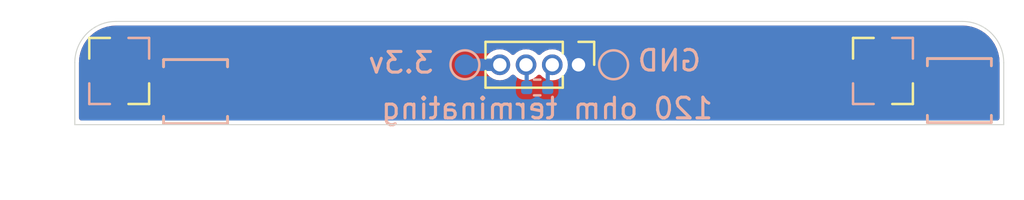
<source format=kicad_pcb>
(kicad_pcb (version 20240108) (generator "pcbnew") (generator_version "8.0")
  (layers (0 "F.Cu" signal) (31 "B.Cu" signal) (34 "B.Paste" user) (35 "F.Paste" user) (36 "B.SilkS" user "B.Silkscreen") (37 "F.SilkS" user "F.Silkscreen") (38 "B.Mask" user) (39 "F.Mask" user) (44 "Edge.Cuts" user))
  (net 0 "")
  (net 1 "Net-(J1-Pin_4)")
  (net 2 "GND")
  (net 3 "Net-(J1-Pin_2)")
  (net 4 "Net-(J1-Pin_3)")
  (net 5 "/MOTORPWR")
  (footprint "Connector_PinHeader_1.27mm:PinHeader_1x04_P1.27mm_Vertical" (layer "F.Cu") (at 144.7 90.8 -90)
    (property "Reference" "J1" (hide yes))
    (property "Value" "1.27mm 4 pin header")
    (fp_line (start -1.11 4.505) (end -0.30753 4.505) (stroke (width 0.12)) (layer "F.SilkS"))
    (fp_line (start 0.30753 4.505) (end 1.11 4.505) (stroke (width 0.12)) (layer "F.SilkS"))
    (fp_line (start -1.11 0.76) (end -1.11 4.505) (stroke (width 0.12)) (layer "F.SilkS"))
    (fp_line (start -1.11 0.76) (end -0.563471 0.76) (stroke (width 0.12)) (layer "F.SilkS"))
    (fp_line (start 0.563471 0.76) (end 1.11 0.76) (stroke (width 0.12)) (layer "F.SilkS"))
    (fp_line (start 1.11 0.76) (end 1.11 4.505) (stroke (width 0.12)) (layer "F.SilkS"))
    (fp_line (start -1.11 0) (end -1.11 -0.76) (stroke (width 0.12)) (layer "F.SilkS"))
    (fp_line (start -1.11 -0.76) (end 0 -0.76) (stroke (width 0.12)) (layer "F.SilkS"))
    (pad "1" thru_hole rect (at 0 0 270) (size 1 1) (drill 0.65) (layers "*.Cu" "*.Mask") (net 2 "GND"))
    (pad "2" thru_hole oval (at 0 1.27 270) (size 1 1) (drill 0.65) (layers "*.Cu" "*.Mask") (net 3 "Net-(J1-Pin_2)"))
    (pad "3" thru_hole oval (at 0 2.54 270) (size 1 1) (drill 0.65) (layers "*.Cu" "*.Mask") (net 4 "Net-(J1-Pin_3)"))
    (pad "4" thru_hole oval (at 0 3.81 270) (size 1 1) (drill 0.65) (layers "*.Cu" "*.Mask") (net 1 "Net-(J1-Pin_4)"))
  )
  (footprint "custom_Connector:Keystone_3569_half" (layer "F.Cu") (at 159.45 93.65 180)
    (property "Reference" "J3" (hide yes))
    (property "Value" "Keystone 3569")
    (fp_line (start 1.45 4.15) (end 1.45 3.15) (stroke (width 0.12)) (layer "F.SilkS"))
    (fp_line (start 0.45 4.15) (end 1.45 4.15) (stroke (width 0.12)) (layer "F.SilkS"))
    (fp_line (start -0.45 0.95) (end -1.45 0.95) (stroke (width 0.12)) (layer "F.SilkS"))
    (fp_line (start -1.45 0.95) (end -1.45 1.95) (stroke (width 0.12)) (layer "F.SilkS"))
    (pad "1" smd rect (at 0 2.55 180) (size 2.5 2.8) (layers "F.Cu" "F.Paste" "F.Mask") (net 5 "/MOTORPWR"))
  )
  (footprint "custom_Connector:Keystone_3579" (layer "F.Cu") (at 163.15 92.05)
    (property "Reference" "J2" (hide yes))
    (property "Value" "Keystone 3579")
    (fp_line (start -1.55 -1.55) (end 1.55 -1.55) (stroke (width 0.127)) (layer "F.SilkS"))
    (fp_line (start -1.55 -1.2) (end -1.55 -1.55) (stroke (width 0.127)) (layer "F.SilkS"))
    (fp_line (start -1.55 1.55) (end -1.55 1.2) (stroke (width 0.127)) (layer "F.SilkS"))
    (fp_line (start 1.55 -1.55) (end 1.55 -1.2) (stroke (width 0.127)) (layer "F.SilkS"))
    (fp_line (start 1.55 1.2) (end 1.55 1.55) (stroke (width 0.127)) (layer "F.SilkS"))
    (fp_line (start 1.55 1.55) (end -1.55 1.55) (stroke (width 0.127)) (layer "F.SilkS"))
    (pad "1" smd rect (at 0 0) (size 2.8 2.8) (layers "F.Cu" "F.Paste" "F.Mask") (net 5 "/MOTORPWR"))
  )
  (footprint "custom_Connector:Keystone_3569_half" (layer "F.Cu") (at 122.45 93.65 180)
    (property "Reference" "J7" (hide yes))
    (property "Value" "Keystone 3569")
    (fp_line (start 1.45 4.15) (end 1.45 3.15) (stroke (width 0.12)) (layer "F.SilkS"))
    (fp_line (start 0.45 4.15) (end 1.45 4.15) (stroke (width 0.12)) (layer "F.SilkS"))
    (fp_line (start -0.45 0.95) (end -1.45 0.95) (stroke (width 0.12)) (layer "F.SilkS"))
    (fp_line (start -1.45 0.95) (end -1.45 1.95) (stroke (width 0.12)) (layer "F.SilkS"))
    (pad "1" smd rect (at 0 2.55 180) (size 2.5 2.8) (layers "F.Cu" "F.Paste" "F.Mask") (net 5 "/MOTORPWR"))
  )
  (footprint "custom_Connector:Keystone_3579" (layer "F.Cu") (at 126.150001 92.1)
    (property "Reference" "J6" (hide yes))
    (property "Value" "Keystone 3579")
    (fp_line (start -1.55 -1.55) (end 1.55 -1.55) (stroke (width 0.127)) (layer "F.SilkS"))
    (fp_line (start -1.55 -1.2) (end -1.55 -1.55) (stroke (width 0.127)) (layer "F.SilkS"))
    (fp_line (start -1.55 1.55) (end -1.55 1.2) (stroke (width 0.127)) (layer "F.SilkS"))
    (fp_line (start 1.55 -1.55) (end 1.55 -1.2) (stroke (width 0.127)) (layer "F.SilkS"))
    (fp_line (start 1.55 1.2) (end 1.55 1.55) (stroke (width 0.127)) (layer "F.SilkS"))
    (fp_line (start 1.55 1.55) (end -1.55 1.55) (stroke (width 0.127)) (layer "F.SilkS"))
    (pad "1" smd rect (at 0 0) (size 2.8 2.8) (layers "F.Cu" "F.Paste" "F.Mask") (net 5 "/MOTORPWR"))
  )
  (footprint "TestPoint:TestPoint_Pad_D1.0mm" (layer "B.Cu") (at 139.2 90.8 180)
    (property "Reference" "TP3" (hide yes))
    (property "Value" "3.3v" (at 3.1 0.1 0) (layer "B.SilkS") (effects (justify mirror)))
    (fp_circle (center 0 0) (end 0 -0.7) (stroke (width 0.12)) (fill none) (layer "B.SilkS"))
    (pad "1" smd circle (at 0 0 180) (size 1 1) (layers "B.Cu" "B.Mask") (net 1 "Net-(J1-Pin_4)"))
  )
  (footprint "custom_Connector:Keystone_3569_half" (layer "B.Cu") (at 159.45 93.65)
    (property "Reference" "J5" (hide yes))
    (property "Value" "Keystone 3569")
    (fp_line (start -1.45 -1.95) (end -1.45 -0.95) (stroke (width 0.12)) (layer "B.SilkS"))
    (fp_line (start -1.45 -0.95) (end -0.45 -0.95) (stroke (width 0.12)) (layer "B.SilkS"))
    (fp_line (start 1.45 -4.15) (end 0.45 -4.15) (stroke (width 0.12)) (layer "B.SilkS"))
    (fp_line (start 1.45 -3.15) (end 1.45 -4.15) (stroke (width 0.12)) (layer "B.SilkS"))
    (pad "1" smd rect (at 0 -2.55) (size 2.5 2.8) (layers "B.Cu" "B.Paste" "B.Mask") (net 2 "GND"))
  )
  (footprint "Resistor_SMD:R_0402_1005Metric" (layer "B.Cu") (at 142.7 91.9)
    (property "Reference" "R1" (hide yes))
    (property "Value" "120ohm")
    (fp_line (start 0.153641 -0.38) (end -0.153641 -0.38) (stroke (width 0.12)) (layer "B.SilkS"))
    (fp_line (start 0.153641 0.38) (end -0.153641 0.38) (stroke (width 0.12)) (layer "B.SilkS"))
    (pad "1" smd roundrect (at -0.51 0) (size 0.54 0.64) (layers "B.Cu" "B.Paste" "B.Mask") (net 4 "Net-(J1-Pin_3)"))
    (pad "2" smd roundrect (at 0.51 0) (size 0.54 0.64) (layers "B.Cu" "B.Paste" "B.Mask") (net 3 "Net-(J1-Pin_2)"))
  )
  (footprint "custom_Connector:Keystone_3569_half" (layer "B.Cu") (at 122.45 93.65)
    (property "Reference" "J9" (hide yes))
    (property "Value" "Keystone 3569")
    (fp_line (start -1.45 -1.95) (end -1.45 -0.95) (stroke (width 0.12)) (layer "B.SilkS"))
    (fp_line (start -1.45 -0.95) (end -0.45 -0.95) (stroke (width 0.12)) (layer "B.SilkS"))
    (fp_line (start 1.45 -4.15) (end 0.45 -4.15) (stroke (width 0.12)) (layer "B.SilkS"))
    (fp_line (start 1.45 -3.15) (end 1.45 -4.15) (stroke (width 0.12)) (layer "B.SilkS"))
    (pad "1" smd rect (at 0 -2.55) (size 2.5 2.8) (layers "B.Cu" "B.Paste" "B.Mask") (net 2 "GND"))
  )
  (footprint "TestPoint:TestPoint_Pad_D1.0mm" (layer "B.Cu") (at 146.4 90.8 180)
    (property "Reference" "TP4" (hide yes))
    (property "Value" "GND" (at -2.7 0.2 0) (layer "B.SilkS") (effects (justify mirror)))
    (fp_circle (center 0 0) (end 0 -0.7) (stroke (width 0.12)) (fill none) (layer "B.SilkS"))
    (pad "1" smd circle (at 0 0 180) (size 1 1) (layers "B.Cu" "B.Mask") (net 2 "GND"))
  )
  (footprint "custom_Connector:Keystone_3579" (layer "B.Cu") (at 163.15 92.05 180)
    (property "Reference" "J4" (hide yes))
    (property "Value" "Keystone 3579")
    (fp_line (start 1.55 1.55) (end -1.55 1.55) (stroke (width 0.127)) (layer "B.SilkS"))
    (fp_line (start 1.55 1.2) (end 1.55 1.55) (stroke (width 0.127)) (layer "B.SilkS"))
    (fp_line (start 1.55 -1.55) (end 1.55 -1.2) (stroke (width 0.127)) (layer "B.SilkS"))
    (fp_line (start -1.55 1.55) (end -1.55 1.2) (stroke (width 0.127)) (layer "B.SilkS"))
    (fp_line (start -1.55 -1.2) (end -1.55 -1.55) (stroke (width 0.127)) (layer "B.SilkS"))
    (fp_line (start -1.55 -1.55) (end 1.55 -1.55) (stroke (width 0.127)) (layer "B.SilkS"))
    (pad "1" smd rect (at 0 0 180) (size 2.8 2.8) (layers "B.Cu" "B.Paste" "B.Mask") (net 2 "GND"))
  )
  (footprint "custom_Connector:Keystone_3579" (layer "B.Cu") (at 126.15 92.1 180)
    (property "Reference" "J8" (hide yes))
    (property "Value" "Keystone 3579")
    (fp_line (start 1.55 1.55) (end -1.55 1.55) (stroke (width 0.127)) (layer "B.SilkS"))
    (fp_line (start 1.55 1.2) (end 1.55 1.55) (stroke (width 0.127)) (layer "B.SilkS"))
    (fp_line (start 1.55 -1.55) (end 1.55 -1.2) (stroke (width 0.127)) (layer "B.SilkS"))
    (fp_line (start -1.55 1.55) (end -1.55 1.2) (stroke (width 0.127)) (layer "B.SilkS"))
    (fp_line (start -1.55 -1.2) (end -1.55 -1.55) (stroke (width 0.127)) (layer "B.SilkS"))
    (fp_line (start -1.55 -1.55) (end 1.55 -1.55) (stroke (width 0.127)) (layer "B.SilkS"))
    (pad "1" smd rect (at 0 0 180) (size 2.8 2.8) (layers "B.Cu" "B.Paste" "B.Mask") (net 2 "GND"))
  )
  (gr_line (start 120.3 93.7) (end 120.3 90.7) (stroke (width 0.05)) (layer "Edge.Cuts"))
  (gr_line (start 122.3 88.7) (end 163.3 88.7) (stroke (width 0.05)) (layer "Edge.Cuts"))
  (gr_line (start 165.3 93.7) (end 120.3 93.7) (stroke (width 0.05)) (layer "Edge.Cuts"))
  (gr_arc (start 120.3 90.7) (mid 120.885786 89.285786) (end 122.3 88.7) (stroke (width 0.05)) (layer "Edge.Cuts"))
  (gr_arc (start 163.3 88.7) (mid 164.714214 89.285786) (end 165.3 90.7) (stroke (width 0.05)) (layer "Edge.Cuts"))
  (gr_line (start 165.3 90.7) (end 165.3 93.7) (stroke (width 0.05)) (layer "Edge.Cuts"))
  (gr_text "120 ohm terminating" (at 151.3 93.5 0) (layer "B.SilkS") (effects (font (size 1 1)) (justify left bottom mirror)))
  (segment (start 139.2 90.8) (end 140.89 90.8) (width 0.6) (layer "B.Cu") (net 1))
  (segment (start 146.4 90.8) (end 144.7 90.8) (width 0.6) (layer "B.Cu") (net 2))
  (segment (start 143.21 91.9) (end 143.21 91.02) (width 0.2) (layer "B.Cu") (net 3))
  (segment (start 143.21 91.02) (end 143.43 90.8) (width 0.2) (layer "B.Cu") (net 3))
  (segment (start 142.19 91.9) (end 142.19 90.83) (width 0.2) (layer "B.Cu") (net 4))
  (segment (start 142.19 90.83) (end 142.16 90.8) (width 0.2) (layer "B.Cu") (net 4))
  (zone (net 5) (net_name "/MOTORPWR") (layer "F.Cu") (connect_pads yes (clearance 0.25)) (min_thickness 0.25) (fill yes (thermal_gap 0.5) (thermal_bridge_width 0.5))
    (polygon (pts (xy 120.3 88.7) (xy 165.3 88.7) (xy 165.3 93.7) (xy 120.3 93.7)))
  )
  (zone (net 2) (net_name "GND") (layer "B.Cu") (priority 1) (connect_pads yes (clearance 0.25)) (min_thickness 0.25) (fill yes (thermal_gap 0.5) (thermal_bridge_width 0.5))
    (polygon (pts (xy 120.3 88.7) (xy 165.3 88.7) (xy 165.3 93.7) (xy 120.3 93.7)))
  )
)
</source>
